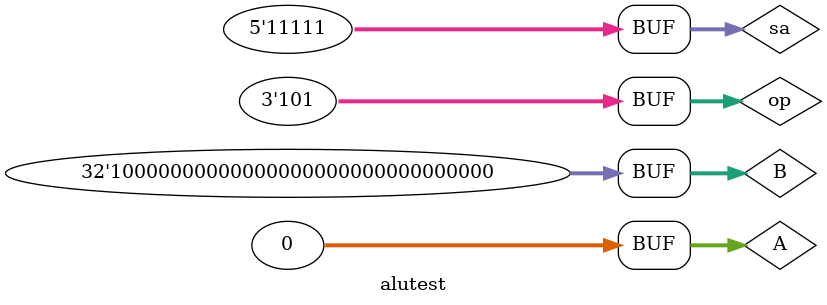
<source format=v>
`timescale 1ns / 1ps


module alutest;

	// Inputs
	reg [31:0] A;
	reg [31:0] B;
	reg [2:0] op;
	reg [4:0] sa;

	// Outputs
	wire [31:0] res;
	wire o_zf;
	wire [31:0] orAB;

	// Instantiate the Unit Under Test (UUT)
	alu uut (
		.A(A), 
		.B(B), 
		.op(op), 
		.sa(sa), 
		.res(res),
		.o_zf(o_zf)
	);

	initial begin
		// Initialize Inputs
		A = 0;
		B = 0;
		op = 0;
		sa = 0;

		// Wait 100 ns for global reset to finish
		#100;
      A = 0;
		B = 32'h8000_0000;
		op = 3'b101;
		sa = 31;
		// Add stimulus here

	end
      
endmodule


</source>
